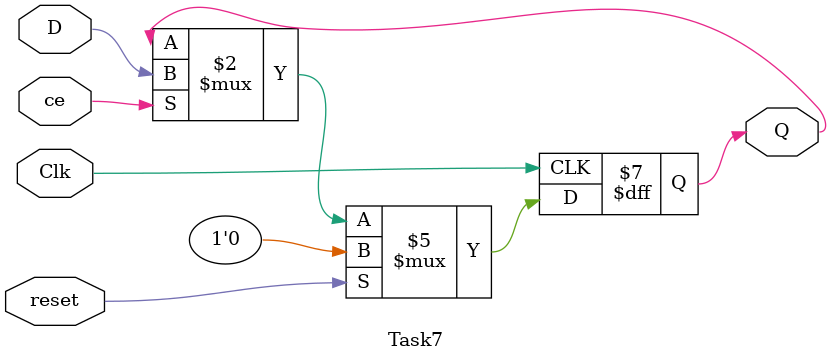
<source format=v>
`timescale 1ns / 1ps


module Task7(
    input D, 
    input Clk, 
    input reset, 
    input ce, 
    output reg Q
    );
    
    always @(posedge Clk) 
    if (reset)
    begin
    Q <= 1'b0;
    end else 
    if (ce) begin
    Q <= D;
    end 
endmodule

</source>
